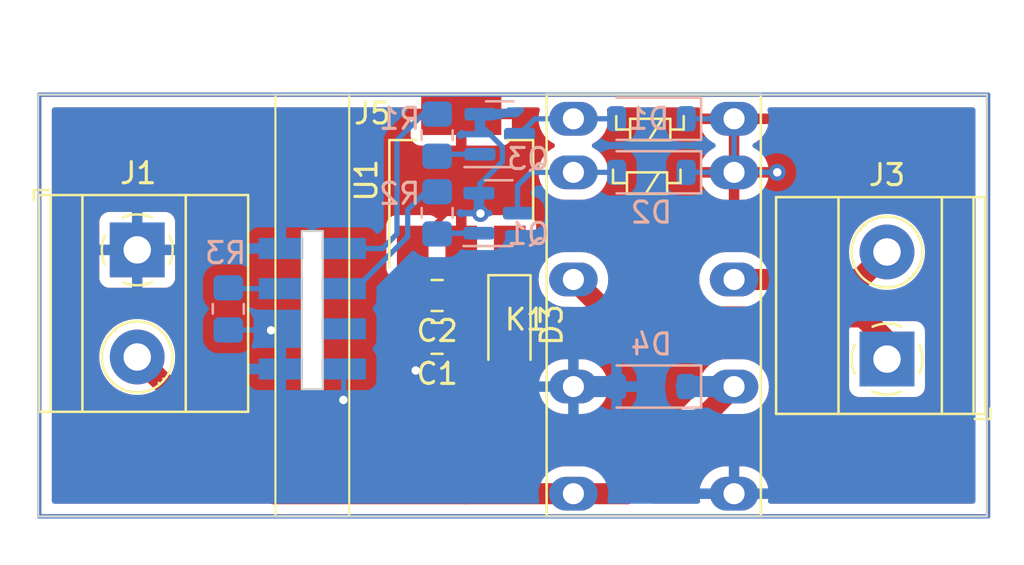
<source format=kicad_pcb>
(kicad_pcb (version 20221018) (generator pcbnew)
  (layers (0 "F.Cu" signal) (31 "B.Cu" signal) (34 "B.Paste" user) (35 "F.Paste" user) (36 "B.SilkS" user "B.Silkscreen") (37 "F.SilkS" user "F.Silkscreen") (38 "B.Mask" user) (39 "F.Mask" user) (44 "Edge.Cuts" user))
  (net 0 "")
  (net 1 "GND")
  (net 2 "+3V3")
  (net 3 "Net-(D1-A)")
  (net 4 "Net-(D2-A)")
  (net 5 "VCC")
  (net 6 "Net-(J3-Pin_1)")
  (net 7 "Net-(J3-Pin_2)")
  (net 8 "Reset")
  (net 9 "Set")
  (net 10 "Net-(Q1-B)")
  (net 11 "Net-(Q3-B)")
  (net 13 "Net-(J5-Pin_6)")
  (net 14 "Net-(D3-K)")
  (footprint "Package_TO_SOT_SMD:SOT-223-3_TabPin2" (layer "F.Cu") (at 122.174 44.069 90)
    (fp_text reference "U1" (at 0 -4.5 90) (layer "F.SilkS"))
    (fp_text value "NCP1117-3.3_SOT223")
    (fp_line (start -4.1 -3.41) (end 1.91 -3.41) (stroke (width 0.12)) (layer "F.SilkS"))
    (fp_line (start -1.85 3.41) (end 1.91 3.41) (stroke (width 0.12)) (layer "F.SilkS"))
    (fp_line (start 1.91 -3.41) (end 1.91 -2.15) (stroke (width 0.12)) (layer "F.SilkS"))
    (fp_line (start 1.91 3.41) (end 1.91 2.15) (stroke (width 0.12)) (layer "F.SilkS"))
    (pad "1" smd rect (at -3.15 -2.3 90) (size 2 1.5) (layers "F.Cu" "F.Paste" "F.Mask") (net 1 "GND"))
    (pad "2" smd rect (at -3.15 0 90) (size 2 1.5) (layers "F.Cu" "F.Paste" "F.Mask") (net 2 "+3V3"))
    (pad "2" smd rect (at 3.15 0 90) (size 2 3.8) (layers "F.Cu" "F.Paste" "F.Mask") (net 2 "+3V3"))
    (pad "3" smd rect (at -3.15 2.3 90) (size 2 1.5) (layers "F.Cu" "F.Paste" "F.Mask") (net 14 "Net-(D3-K)"))
  )
  (footprint "TerminalBlock_Phoenix:TerminalBlock_Phoenix_MKDS-1,5-2-5.08_1x02_P5.08mm_Horizontal" (layer "F.Cu") (at 142.367 52.545 90)
    (fp_text reference "J3" (at 8.73 0 180) (layer "F.SilkS"))
    (fp_text value "Conn_01x02")
    (fp_line (start -2.84 4.16) (end -2.84 4.9) (stroke (width 0.12)) (layer "F.SilkS"))
    (fp_line (start -2.84 4.9) (end -2.34 4.9) (stroke (width 0.12)) (layer "F.SilkS"))
    (fp_line (start -2.6 -5.261) (end -2.6 4.66) (stroke (width 0.12)) (layer "F.SilkS"))
    (fp_line (start -2.6 -5.261) (end 7.68 -5.261) (stroke (width 0.12)) (layer "F.SilkS"))
    (fp_line (start -2.6 -2.301) (end 7.68 -2.301) (stroke (width 0.12)) (layer "F.SilkS"))
    (fp_line (start -2.6 2.6) (end 7.68 2.6) (stroke (width 0.12)) (layer "F.SilkS"))
    (fp_line (start -2.6 4.1) (end 7.68 4.1) (stroke (width 0.12)) (layer "F.SilkS"))
    (fp_line (start -2.6 4.66) (end 7.68 4.66) (stroke (width 0.12)) (layer "F.SilkS"))
    (fp_line (start 3.853 1.023) (end 3.806 1.069) (stroke (width 0.12)) (layer "F.SilkS"))
    (fp_line (start 4.046 1.239) (end 4.011 1.274) (stroke (width 0.12)) (layer "F.SilkS"))
    (fp_line (start 6.15 -1.275) (end 6.115 -1.239) (stroke (width 0.12)) (layer "F.SilkS"))
    (fp_line (start 6.355 -1.069) (end 6.308 -1.023) (stroke (width 0.12)) (layer "F.SilkS"))
    (fp_line (start 7.68 -5.261) (end 7.68 4.66) (stroke (width 0.12)) (layer "F.SilkS"))
    (fp_arc (start -1.535427 0.683042) (mid -1.680501 -0.000524) (end -1.535 -0.684) (stroke (width 0.12)) (layer "F.SilkS"))
    (fp_arc (start -0.683042 -1.535427) (mid 0.000524 -1.680501) (end 0.684 -1.535) (stroke (width 0.12)) (layer "F.SilkS"))
    (fp_arc (start 0.028805 1.680253) (mid -0.335551 1.646659) (end -0.684 1.535) (stroke (width 0.12)) (layer "F.SilkS"))
    (fp_arc (start 0.683318 1.534756) (mid 0.349292 1.643288) (end 0 1.68) (stroke (width 0.12)) (layer "F.SilkS"))
    (fp_arc (start 1.535427 -0.683042) (mid 1.680501 0.000524) (end 1.535 0.684) (stroke (width 0.12)) (layer "F.SilkS"))
    (fp_circle (center 5.08 0) (end 6.76 0) (stroke (width 0.12)) (fill none) (layer "F.SilkS"))
    (pad "1" thru_hole rect (at 0 0 90) (size 2.6 2.6) (drill 1.3) (layers "*.Cu" "*.Mask") (net 6 "Net-(J3-Pin_1)"))
    (pad "2" thru_hole circle (at 5.08 0 90) (size 2.6 2.6) (drill 1.3) (layers "*.Cu" "*.Mask") (net 7 "Net-(J3-Pin_2)"))
  )
  (footprint "Capacitor_SMD:C_0805_2012Metric_Pad1.18x1.45mm_HandSolder" (layer "F.Cu") (at 121.031 49.53 180)
    (fp_text reference "C2" (at 0 -1.68) (layer "F.SilkS"))
    (fp_text value "C")
    (fp_line (start -0.261252 -0.735) (end 0.261252 -0.735) (stroke (width 0.12)) (layer "F.SilkS"))
    (fp_line (start -0.261252 0.735) (end 0.261252 0.735) (stroke (width 0.12)) (layer "F.SilkS"))
    (pad "1" smd roundrect (at -1.0375 0 180) (size 1.175 1.45) (layers "F.Cu" "F.Paste" "F.Mask") (roundrect_rratio 0.212766) (net 2 "+3V3"))
    (pad "2" smd roundrect (at 1.0375 0 180) (size 1.175 1.45) (layers "F.Cu" "F.Paste" "F.Mask") (roundrect_rratio 0.212766) (net 1 "GND"))
  )
  (footprint "Capacitor_SMD:C_0805_2012Metric_Pad1.18x1.45mm_HandSolder" (layer "F.Cu") (at 121.031 51.562 180)
    (fp_text reference "C1" (at 0 -1.68) (layer "F.SilkS"))
    (fp_text value "C")
    (fp_line (start -0.261252 -0.735) (end 0.261252 -0.735) (stroke (width 0.12)) (layer "F.SilkS"))
    (fp_line (start -0.261252 0.735) (end 0.261252 0.735) (stroke (width 0.12)) (layer "F.SilkS"))
    (pad "1" smd roundrect (at -1.0375 0 180) (size 1.175 1.45) (layers "F.Cu" "F.Paste" "F.Mask") (roundrect_rratio 0.212766) (net 14 "Net-(D3-K)"))
    (pad "2" smd roundrect (at 1.0375 0 180) (size 1.175 1.45) (layers "F.Cu" "F.Paste" "F.Mask") (roundrect_rratio 0.212766) (net 1 "GND"))
  )
  (footprint "Diode_SMD:D_SOD-123" (layer "F.Cu") (at 124.46 50.927 -90)
    (fp_text reference "D3" (at 0 -2 90) (layer "F.SilkS"))
    (fp_text value "1N4148W")
    (fp_line (start -2.36 -1) (end -2.36 1) (stroke (width 0.12)) (layer "F.SilkS"))
    (fp_line (start -2.36 -1) (end 1.65 -1) (stroke (width 0.12)) (layer "F.SilkS"))
    (fp_line (start -2.36 1) (end 1.65 1) (stroke (width 0.12)) (layer "F.SilkS"))
    (pad "1" smd roundrect (at -1.65 0 270) (size 0.9 1.2) (layers "F.Cu" "F.Paste" "F.Mask") (net 14 "Net-(D3-K)"))
    (pad "2" smd roundrect (at 1.65 0 270) (size 0.9 1.2) (layers "F.Cu" "F.Paste" "F.Mask") (net 5 "VCC"))
  )
  (footprint "TerminalBlock_Phoenix:TerminalBlock_Phoenix_MKDS-1,5-2-5.08_1x02_P5.08mm_Horizontal" (layer "F.Cu") (at 106.807 47.366 -90)
    (fp_text reference "J1" (at -3.64 -0.051 -180) (layer "F.SilkS"))
    (fp_text value "Conn_01x02")
    (fp_line (start -2.84 4.16) (end -2.84 4.9) (stroke (width 0.12)) (layer "F.SilkS"))
    (fp_line (start -2.84 4.9) (end -2.34 4.9) (stroke (width 0.12)) (layer "F.SilkS"))
    (fp_line (start -2.6 -5.261) (end -2.6 4.66) (stroke (width 0.12)) (layer "F.SilkS"))
    (fp_line (start -2.6 -5.261) (end 7.68 -5.261) (stroke (width 0.12)) (layer "F.SilkS"))
    (fp_line (start -2.6 -2.301) (end 7.68 -2.301) (stroke (width 0.12)) (layer "F.SilkS"))
    (fp_line (start -2.6 2.6) (end 7.68 2.6) (stroke (width 0.12)) (layer "F.SilkS"))
    (fp_line (start -2.6 4.1) (end 7.68 4.1) (stroke (width 0.12)) (layer "F.SilkS"))
    (fp_line (start -2.6 4.66) (end 7.68 4.66) (stroke (width 0.12)) (layer "F.SilkS"))
    (fp_line (start 3.853 1.023) (end 3.806 1.069) (stroke (width 0.12)) (layer "F.SilkS"))
    (fp_line (start 4.046 1.239) (end 4.011 1.274) (stroke (width 0.12)) (layer "F.SilkS"))
    (fp_line (start 6.15 -1.275) (end 6.115 -1.239) (stroke (width 0.12)) (layer "F.SilkS"))
    (fp_line (start 6.355 -1.069) (end 6.308 -1.023) (stroke (width 0.12)) (layer "F.SilkS"))
    (fp_line (start 7.68 -5.261) (end 7.68 4.66) (stroke (width 0.12)) (layer "F.SilkS"))
    (fp_arc (start -1.535427 0.683042) (mid -1.680501 -0.000524) (end -1.535 -0.684) (stroke (width 0.12)) (layer "F.SilkS"))
    (fp_arc (start -0.683042 -1.535427) (mid 0.000524 -1.680501) (end 0.684 -1.535) (stroke (width 0.12)) (layer "F.SilkS"))
    (fp_arc (start 0.028805 1.680253) (mid -0.335551 1.646659) (end -0.684 1.535) (stroke (width 0.12)) (layer "F.SilkS"))
    (fp_arc (start 0.683318 1.534756) (mid 0.349292 1.643288) (end 0 1.68) (stroke (width 0.12)) (layer "F.SilkS"))
    (fp_arc (start 1.535427 -0.683042) (mid 1.680501 0.000524) (end 1.535 0.684) (stroke (width 0.12)) (layer "F.SilkS"))
    (fp_circle (center 5.08 0) (end 6.76 0) (stroke (width 0.12)) (fill none) (layer "F.SilkS"))
    (pad "1" thru_hole rect (at 0 0 270) (size 2.6 2.6) (drill 1.3) (layers "*.Cu" "*.Mask") (net 1 "GND"))
    (pad "2" thru_hole circle (at 5.08 0 270) (size 2.6 2.6) (drill 1.3) (layers "*.Cu" "*.Mask") (net 5 "VCC"))
  )
  (footprint "Relay_THT:Relay_DPDT_FRT5" (layer "F.Cu") (at 127.493 41.15)
    (fp_text reference "K1" (at -2.271 9.523) (layer "F.SilkS"))
    (fp_text value "AZ832P2-x")
    (fp_line (start -1.27 -1.15) (end 8.89 -1.15) (stroke (width 0.12)) (layer "F.SilkS"))
    (fp_line (start -1.27 18.85) (end -1.27 -1.15) (stroke (width 0.12)) (layer "F.SilkS"))
    (fp_line (start 1.88 2.413) (end 1.88 3.048) (stroke (width 0.12)) (layer "F.SilkS"))
    (fp_line (start 1.88 3.048) (end 2.54 3.048) (stroke (width 0.12)) (layer "F.SilkS"))
    (fp_line (start 2.032 -0.127) (end 2.032 0.508) (stroke (width 0.12)) (layer "F.SilkS"))
    (fp_line (start 2.032 0.508) (end 2.692 0.508) (stroke (width 0.12)) (layer "F.SilkS"))
    (fp_line (start 2.54 2.54) (end 2.54 3.556) (stroke (width 0.12)) (layer "F.SilkS"))
    (fp_line (start 2.54 3.556) (end 4.445 3.556) (stroke (width 0.12)) (layer "F.SilkS"))
    (fp_line (start 2.692 0) (end 2.692 1.016) (stroke (width 0.12)) (layer "F.SilkS"))
    (fp_line (start 2.692 1.016) (end 4.597 1.016) (stroke (width 0.12)) (layer "F.SilkS"))
    (fp_line (start 4.064 2.54) (end 3.429 3.556) (stroke (width 0.12)) (layer "F.SilkS"))
    (fp_line (start 4.216 0) (end 3.581 1.016) (stroke (width 0.12)) (layer "F.SilkS"))
    (fp_line (start 4.445 2.54) (end 2.54 2.54) (stroke (width 0.12)) (layer "F.SilkS"))
    (fp_line (start 4.445 2.54) (end 4.445 3.556) (stroke (width 0.12)) (layer "F.SilkS"))
    (fp_line (start 4.597 0) (end 2.692 0) (stroke (width 0.12)) (layer "F.SilkS"))
    (fp_line (start 4.597 0) (end 4.597 1.016) (stroke (width 0.12)) (layer "F.SilkS"))
    (fp_line (start 5.08 2.413) (end 5.08 3.048) (stroke (width 0.12)) (layer "F.SilkS"))
    (fp_line (start 5.08 3.048) (end 4.445 3.048) (stroke (width 0.12)) (layer "F.SilkS"))
    (fp_line (start 5.232 -0.127) (end 5.232 0.508) (stroke (width 0.12)) (layer "F.SilkS"))
    (fp_line (start 5.232 0.508) (end 4.597 0.508) (stroke (width 0.12)) (layer "F.SilkS"))
    (fp_line (start 8.89 -1.15) (end 8.89 18.85) (stroke (width 0.12)) (layer "F.SilkS"))
    (fp_line (start 8.89 18.85) (end -1.27 18.85) (stroke (width 0.12)) (layer "F.SilkS"))
    (pad "1" thru_hole oval (at 7.62 0) (size 2.3 1.6) (drill 1) (layers "*.Cu" "*.Mask") (net 2 "+3V3"))
    (pad "2" thru_hole oval (at 7.62 2.54) (size 2.3 1.6) (drill 1) (layers "*.Cu" "*.Mask") (net 2 "+3V3"))
    (pad "4" thru_hole oval (at 7.62 7.62) (size 2.3 1.6) (drill 1) (layers "*.Cu" "*.Mask") (net 7 "Net-(J3-Pin_2)"))
    (pad "6" thru_hole oval (at 7.62 12.7) (size 2.3 1.6) (drill 1) (layers "*.Cu" "*.Mask") (net 5 "VCC"))
    (pad "8" thru_hole oval (at 7.62 17.78) (size 2.3 1.6) (drill 1) (layers "*.Cu" "*.Mask") (net 1 "GND"))
    (pad "9" thru_hole oval (at 0 17.78) (size 2.3 1.6) (drill 1) (layers "*.Cu" "*.Mask") (net 5 "VCC"))
    (pad "11" thru_hole oval (at 0 12.7) (size 2.3 1.6) (drill 1) (layers "*.Cu" "*.Mask") (net 1 "GND"))
    (pad "13" thru_hole oval (at 0 7.62) (size 2.3 1.6) (drill 1) (layers "*.Cu" "*.Mask") (net 6 "Net-(J3-Pin_1)"))
    (pad "15" thru_hole oval (at 0 2.54) (size 2.3 1.6) (drill 1) (layers "*.Cu" "*.Mask") (net 4 "Net-(D2-A)"))
    (pad "16" thru_hole oval (at 0 0) (size 2.3 1.6) (drill 1) (layers "*.Cu" "*.Mask") (net 3 "Net-(D1-A)"))
  )
  (footprint "ZonoffZigbeePcb:ZonoffZigbeePcb" (layer "F.Cu") (at 115.111 49.84)
    (fp_text reference "J5" (at 2.843 -8.946 -180) (layer "F.SilkS"))
    (fp_text value "Conn_01x07")
    (fp_rect (start -1.75 -9.84) (end 1.75 10.16) (stroke (width 0.1)) (fill none) (layer "F.SilkS"))
    (fp_rect (start -0.5 -3.369) (end 0.5 4.131) (stroke (width 0.1)) (fill none) (layer "Edge.Cuts"))
    (pad "1" smd rect (at 1.4925 -2.54) (size 2.095 1) (layers "B.Cu" "B.Paste" "B.Mask") (net 9 "Set"))
    (pad "2" smd rect (at 1.4925 -0.635) (size 2.095 1) (layers "B.Cu" "B.Paste" "B.Mask") (net 8 "Reset"))
    (pad "3" smd rect (at 1.4925 1.27) (size 2.095 1) (layers "B.Cu" "B.Paste" "B.Mask"))
    (pad "4" smd rect (at 1.4925 3.175) (size 2.095 1) (layers "B.Cu" "B.Paste" "B.Mask") (net 2 "+3V3"))
    (pad "5" smd rect (at -1.4925 3.175) (size 2.095 1) (layers "B.Cu" "B.Paste" "B.Mask") (net 1 "GND"))
    (pad "6" smd rect (at -1.4925 -0.635) (size 2.095 1) (layers "B.Cu" "B.Paste" "B.Mask") (net 13 "Net-(J5-Pin_6)"))
    (pad "7" smd rect (at -1.48875 -2.54) (size 2.1025 1) (layers "B.Cu" "B.Paste" "B.Mask") (net 1 "GND"))
  )
  (footprint "Diode_SMD:D_SOD-123" (layer "B.Cu") (at 131.192 41.148 180)
    (fp_text reference "D1" (at 0.128 0) (layer "B.SilkS") (effects (justify mirror)))
    (fp_text value "1N4148W")
    (fp_line (start -2.36 -1) (end 1.65 -1) (stroke (width 0.12)) (layer "B.SilkS"))
    (fp_line (start -2.36 1) (end -2.36 -1) (stroke (width 0.12)) (layer "B.SilkS"))
    (fp_line (start -2.36 1) (end 1.65 1) (stroke (width 0.12)) (layer "B.SilkS"))
    (pad "1" smd roundrect (at -1.65 0 180) (size 0.9 1.2) (layers "B.Cu" "B.Paste" "B.Mask") (net 2 "+3V3"))
    (pad "2" smd roundrect (at 1.65 0 180) (size 0.9 1.2) (layers "B.Cu" "B.Paste" "B.Mask") (net 3 "Net-(D1-A)"))
  )
  (footprint "Diode_SMD:D_SOD-123" (layer "B.Cu") (at 131.191 53.848 180)
    (fp_text reference "D4" (at 0 2) (layer "B.SilkS") (effects (justify mirror)))
    (fp_text value "1N4148W")
    (fp_line (start -2.36 -1) (end 1.65 -1) (stroke (width 0.12)) (layer "B.SilkS"))
    (fp_line (start -2.36 1) (end -2.36 -1) (stroke (width 0.12)) (layer "B.SilkS"))
    (fp_line (start -2.36 1) (end 1.65 1) (stroke (width 0.12)) (layer "B.SilkS"))
    (pad "1" smd roundrect (at -1.65 0 180) (size 0.9 1.2) (layers "B.Cu" "B.Paste" "B.Mask") (net 5 "VCC"))
    (pad "2" smd roundrect (at 1.65 0 180) (size 0.9 1.2) (layers "B.Cu" "B.Paste" "B.Mask") (net 1 "GND"))
  )
  (footprint "Diode_SMD:D_SOD-123" (layer "B.Cu") (at 131.192 43.688 180)
    (fp_text reference "D2" (at 0.001 -1.905) (layer "B.SilkS") (effects (justify mirror)))
    (fp_text value "1N4148W")
    (fp_line (start -2.36 -1) (end 1.65 -1) (stroke (width 0.12)) (layer "B.SilkS"))
    (fp_line (start -2.36 1) (end -2.36 -1) (stroke (width 0.12)) (layer "B.SilkS"))
    (fp_line (start -2.36 1) (end 1.65 1) (stroke (width 0.12)) (layer "B.SilkS"))
    (pad "1" smd roundrect (at -1.65 0 180) (size 0.9 1.2) (layers "B.Cu" "B.Paste" "B.Mask") (net 2 "+3V3"))
    (pad "2" smd roundrect (at 1.65 0 180) (size 0.9 1.2) (layers "B.Cu" "B.Paste" "B.Mask") (net 4 "Net-(D2-A)"))
  )
  (footprint "Resistor_SMD:R_0805_2012Metric_Pad1.20x1.40mm_HandSolder" (layer "B.Cu") (at 121.031 45.609 -90)
    (fp_text reference "R2" (at -0.905 1.778 -180) (layer "B.SilkS") (effects (justify mirror)))
    (fp_text value "1k")
    (fp_line (start -0.227064 -0.735) (end 0.227064 -0.735) (stroke (width 0.12)) (layer "B.SilkS"))
    (fp_line (start -0.227064 0.735) (end 0.227064 0.735) (stroke (width 0.12)) (layer "B.SilkS"))
    (pad "1" smd roundrect (at -1 0 270) (size 1.2 1.4) (layers "B.Cu" "B.Paste" "B.Mask") (roundrect_rratio 0.208333) (net 8 "Reset"))
    (pad "2" smd roundrect (at 1 0 270) (size 1.2 1.4) (layers "B.Cu" "B.Paste" "B.Mask") (roundrect_rratio 0.208333) (net 10 "Net-(Q1-B)"))
  )
  (footprint "Package_TO_SOT_SMD:SOT-23" (layer "B.Cu") (at 124.0005 41.881)
    (fp_text reference "Q3" (at 1.3485 1.172) (layer "B.SilkS") (effects (justify mirror)))
    (fp_text value "BC846")
    (fp_line (start 0 -1.56) (end -0.65 -1.56) (stroke (width 0.12)) (layer "B.SilkS"))
    (fp_line (start 0 -1.56) (end 0.65 -1.56) (stroke (width 0.12)) (layer "B.SilkS"))
    (fp_line (start 0 1.56) (end -1.675 1.56) (stroke (width 0.12)) (layer "B.SilkS"))
    (fp_line (start 0 1.56) (end 0.65 1.56) (stroke (width 0.12)) (layer "B.SilkS"))
    (pad "1" smd roundrect (at -0.9375 0.95) (size 1.475 0.6) (layers "B.Cu" "B.Paste" "B.Mask") (net 11 "Net-(Q3-B)"))
    (pad "2" smd roundrect (at -0.9375 -0.95) (size 1.475 0.6) (layers "B.Cu" "B.Paste" "B.Mask") (net 1 "GND"))
    (pad "3" smd roundrect (at 0.9375 0) (size 1.475 0.6) (layers "B.Cu" "B.Paste" "B.Mask") (net 3 "Net-(D1-A)"))
  )
  (footprint "Resistor_SMD:R_0805_2012Metric_Pad1.20x1.40mm_HandSolder" (layer "B.Cu") (at 121.031 41.926 -90)
    (fp_text reference "R1" (at -0.778 1.778 -180) (layer "B.SilkS") (effects (justify mirror)))
    (fp_text value "1k")
    (fp_line (start -0.227064 -0.735) (end 0.227064 -0.735) (stroke (width 0.12)) (layer "B.SilkS"))
    (fp_line (start -0.227064 0.735) (end 0.227064 0.735) (stroke (width 0.12)) (layer "B.SilkS"))
    (pad "1" smd roundrect (at -1 0 270) (size 1.2 1.4) (layers "B.Cu" "B.Paste" "B.Mask") (roundrect_rratio 0.208333) (net 9 "Set"))
    (pad "2" smd roundrect (at 1 0 270) (size 1.2 1.4) (layers "B.Cu" "B.Paste" "B.Mask") (roundrect_rratio 0.208333) (net 11 "Net-(Q3-B)"))
  )
  (footprint "Resistor_SMD:R_0805_2012Metric_Pad1.20x1.40mm_HandSolder" (layer "B.Cu") (at 111.125 50.165 -90)
    (fp_text reference "R3" (at -2.651 0.127 -180) (layer "B.SilkS") (effects (justify mirror)))
    (fp_text value "4,7k")
    (fp_line (start -0.227064 -0.735) (end 0.227064 -0.735) (stroke (width 0.12)) (layer "B.SilkS"))
    (fp_line (start -0.227064 0.735) (end 0.227064 0.735) (stroke (width 0.12)) (layer "B.SilkS"))
    (pad "1" smd roundrect (at -1 0 270) (size 1.2 1.4) (layers "B.Cu" "B.Paste" "B.Mask") (roundrect_rratio 0.208333) (net 13 "Net-(J5-Pin_6)"))
    (pad "2" smd roundrect (at 1 0 270) (size 1.2 1.4) (layers "B.Cu" "B.Paste" "B.Mask") (roundrect_rratio 0.208333) (net 2 "+3V3"))
  )
  (footprint "Package_TO_SOT_SMD:SOT-23" (layer "B.Cu") (at 123.952 45.625)
    (fp_text reference "Q1" (at 1.397 0.984) (layer "B.SilkS") (effects (justify mirror)))
    (fp_text value "BC846")
    (fp_line (start 0 -1.56) (end -0.65 -1.56) (stroke (width 0.12)) (layer "B.SilkS"))
    (fp_line (start 0 -1.56) (end 0.65 -1.56) (stroke (width 0.12)) (layer "B.SilkS"))
    (fp_line (start 0 1.56) (end -1.675 1.56) (stroke (width 0.12)) (layer "B.SilkS"))
    (fp_line (start 0 1.56) (end 0.65 1.56) (stroke (width 0.12)) (layer "B.SilkS"))
    (pad "1" smd roundrect (at -0.9375 0.95) (size 1.475 0.6) (layers "B.Cu" "B.Paste" "B.Mask") (net 10 "Net-(Q1-B)"))
    (pad "2" smd roundrect (at -0.9375 -0.95) (size 1.475 0.6) (layers "B.Cu" "B.Paste" "B.Mask") (net 1 "GND"))
    (pad "3" smd roundrect (at 0.9375 0) (size 1.475 0.6) (layers "B.Cu" "B.Paste" "B.Mask") (net 4 "Net-(D2-A)"))
  )
  (gr_line (start 102.159 60.005) (end 102.159 40.005) (stroke (width 0.2)) (layer "F.Cu"))
  (gr_line (start 147.159 60.005) (end 102.159 60.005) (stroke (width 0.2)) (layer "F.Cu"))
  (gr_line (start 147.159 40.005) (end 147.159 60.005) (stroke (width 0.2)) (layer "F.Cu"))
  (gr_line (start 102.159 40.005) (end 147.159 40.005) (stroke (width 0.2)) (layer "F.Cu"))
  (gr_line (start 147.159 60.005) (end 102.159 60.005) (stroke (width 0.2)) (layer "B.Cu"))
  (gr_line (start 102.159 40.005) (end 147.159 40.005) (stroke (width 0.2)) (layer "B.Cu"))
  (gr_line (start 102.159 60.005) (end 102.159 40.005) (stroke (width 0.2)) (layer "B.Cu"))
  (gr_line (start 147.159 40.005) (end 147.159 60.005) (stroke (width 0.2)) (layer "B.Cu"))
  (gr_rect (start 102.108 40.005) (end 147.108 60.005) (stroke (width 0.1)) (fill none) (layer "Edge.Cuts"))
  (segment (start 119.9935 49.53) (end 119.9935 47.3385) (width 0.25) (layer "F.Cu") (net 1))
  (segment (start 123.084871 45.641486) (end 121.451514 45.641486) (width 0.25) (layer "F.Cu") (net 1))
  (segment (start 119.9935 51.562) (end 119.9935 53.0645) (width 0.25) (layer "F.Cu") (net 1))
  (segment (start 119.9935 53.0645) (end 120.015 53.086) (width 0.25) (layer "F.Cu") (net 1))
  (segment (start 119.9935 51.562) (end 119.9935 49.53) (width 0.25) (layer "F.Cu") (net 1))
  (segment (start 119.9935 47.3385) (end 119.874 47.219) (width 0.25) (layer "F.Cu") (net 1))
  (segment (start 121.451514 45.641486) (end 119.874 47.219) (width 0.25) (layer "F.Cu") (net 1))
  (via (at 120.015 53.086) (size 0.8) (drill 0.4) (layers "F.Cu" "B.Cu") (net 1))
  (via (at 123.084871 45.641486) (size 0.8) (drill 0.4) (layers "F.Cu" "B.Cu") (net 1))
  (segment (start 123.107251 44.196) (end 123.063 44.196) (width 0.25) (layer "B.Cu") (net 1))
  (segment (start 124.1255 42.477751) (end 124.1255 43.177751) (width 0.25) (layer "B.Cu") (net 1))
  (segment (start 127.493 53.85) (end 129.539 53.85) (width 1) (layer "B.Cu") (net 1))
  (segment (start 124.1255 43.177751) (end 123.107251 44.196) (width 0.25) (layer "B.Cu") (net 1))
  (segment (start 123.063 40.931) (end 123.063 41.415251) (width 0.25) (layer "B.Cu") (net 1))
  (segment (start 123.0145 45.571115) (end 123.084871 45.641486) (width 0.25) (layer "B.Cu") (net 1))
  (segment (start 123.0145 44.675) (end 123.0145 45.571115) (width 0.25) (layer "B.Cu") (net 1))
  (segment (start 123.063 41.415251) (end 124.1255 42.477751) (width 0.25) (layer "B.Cu") (net 1))
  (segment (start 123.063 44.6265) (end 123.0145 44.675) (width 0.25) (layer "B.Cu") (net 1))
  (segment (start 123.063 44.196) (end 123.063 44.6265) (width 0.25) (layer "B.Cu") (net 1))
  (segment (start 129.539 53.85) (end 129.541 53.848) (width 1) (layer "B.Cu") (net 1))
  (segment (start 122.174 47.219) (end 122.174 49.4245) (width 0.25) (layer "F.Cu") (net 2))
  (segment (start 122.174 49.4245) (end 122.0685 49.53) (width 0.25) (layer "F.Cu") (net 2))
  (via (at 113.157 51.181) (size 0.8) (drill 0.4) (layers "F.Cu" "B.Cu") (net 2))
  (via (at 137.16 43.688) (size 0.8) (drill 0.4) (layers "F.Cu" "B.Cu") (net 2))
  (via (at 116.586 54.483) (size 0.8) (drill 0.4) (layers "F.Cu" "B.Cu") (net 2))
  (segment (start 135.111 41.148) (end 135.113 41.15) (width 0.25) (layer "B.Cu") (net 2))
  (segment (start 135.113 41.15) (end 135.113 43.69) (width 0.25) (layer "B.Cu") (net 2))
  (segment (start 116.6035 54.4655) (end 116.586 54.483) (width 0.25) (layer "B.Cu") (net 2))
  (segment (start 132.506 41.148) (end 132.588 41.066) (width 0.25) (layer "B.Cu") (net 2))
  (segment (start 113.141 51.165) (end 113.157 51.181) (width 0.25) (layer "B.Cu") (net 2))
  (segment (start 132.841 43.688) (end 135.111 43.688) (width 0.25) (layer "B.Cu") (net 2))
  (segment (start 116.6035 53.015) (end 116.6035 54.4655) (width 0.25) (layer "B.Cu") (net 2))
  (segment (start 132.543 43.561) (end 132.588 43.606) (width 0.25) (layer "B.Cu") (net 2))
  (segment (start 135.111 43.688) (end 135.113 43.69) (width 0.25) (layer "B.Cu") (net 2))
  (segment (start 132.842 41.148) (end 135.111 41.148) (width 0.25) (layer "B.Cu") (net 2))
  (segment (start 137.158 43.69) (end 137.16 43.688) (width 0.25) (layer "B.Cu") (net 2))
  (segment (start 111.125 51.165) (end 113.141 51.165) (width 0.25) (layer "B.Cu") (net 2))
  (segment (start 135.113 43.69) (end 137.158 43.69) (width 0.25) (layer "B.Cu") (net 2))
  (segment (start 127.493 41.15) (end 125.669 41.15) (width 0.25) (layer "B.Cu") (net 3))
  (segment (start 127.046 41.066) (end 127.128 41.148) (width 0.25) (layer "B.Cu") (net 3))
  (segment (start 125.669 41.15) (end 124.938 41.881) (width 0.25) (layer "B.Cu") (net 3))
  (segment (start 127.495 41.148) (end 127.493 41.15) (width 0.25) (layer "B.Cu") (net 3))
  (segment (start 129.542 41.148) (end 127.495 41.148) (width 0.25) (layer "B.Cu") (net 3))
  (segment (start 127.622 43.561) (end 127.493 43.69) (width 0.25) (layer "B.Cu") (net 4))
  (segment (start 127.493 43.69) (end 125.474 43.69) (width 0.25) (layer "B.Cu") (net 4))
  (segment (start 124.841 44.323) (end 124.841 45.5765) (width 0.25) (layer "B.Cu") (net 4))
  (segment (start 129.541 43.688) (end 127.495 43.688) (width 0.25) (layer "B.Cu") (net 4))
  (segment (start 127.084 43.606) (end 127.129 43.561) (width 0.25) (layer "B.Cu") (net 4))
  (segment (start 125.474 43.69) (end 124.841 44.323) (width 0.25) (layer "B.Cu") (net 4))
  (segment (start 127.495 43.688) (end 127.493 43.69) (width 0.25) (layer "B.Cu") (net 4))
  (segment (start 124.841 45.5765) (end 124.8895 45.625) (width 0.25) (layer "B.Cu") (net 4))
  (segment (start 124.46 56.898) (end 122.428 58.93) (width 0.25) (layer "F.Cu") (net 5))
  (segment (start 124.46 52.577) (end 124.46 56.898) (width 0.25) (layer "F.Cu") (net 5))
  (segment (start 113.291 58.93) (end 106.807 52.446) (width 1) (layer "F.Cu") (net 5))
  (segment (start 127.493 58.93) (end 122.428 58.93) (width 1) (layer "F.Cu") (net 5))
  (segment (start 127.493 58.93) (end 130.033 58.93) (width 1) (layer "F.Cu") (net 5))
  (segment (start 130.033 58.93) (end 135.113 53.85) (width 1) (layer "F.Cu") (net 5))
  (segment (start 122.428 58.93) (end 113.291 58.93) (width 1) (layer "F.Cu") (net 5))
  (segment (start 135.111 53.848) (end 135.113 53.85) (width 1) (layer "B.Cu") (net 5))
  (segment (start 132.841 53.848) (end 135.111 53.848) (width 1) (layer "B.Cu") (net 5))
  (segment (start 127.51 48.77) (end 129.286 50.546) (width 1) (layer "F.Cu") (net 6))
  (segment (start 142.367 51.689) (end 142.367 52.545) (width 1) (layer "F.Cu") (net 6))
  (segment (start 129.286 50.546) (end 141.224 50.546) (width 1) (layer "F.Cu") (net 6))
  (segment (start 141.224 50.546) (end 142.367 51.689) (width 1) (layer "F.Cu") (net 6))
  (segment (start 127.493 48.77) (end 127.51 48.77) (width 1) (layer "F.Cu") (net 6))
  (segment (start 141.062 48.77) (end 142.367 47.465) (width 1) (layer "F.Cu") (net 7))
  (segment (start 135.113 48.77) (end 141.062 48.77) (width 1) (layer "F.Cu") (net 7))
  (segment (start 116.811 49.205) (end 117.166396 49.205) (width 0.25) (layer "B.Cu") (net 8))
  (segment (start 119.634 45.466) (end 120.491 44.609) (width 0.25) (layer "B.Cu") (net 8))
  (segment (start 119.634 46.737396) (end 119.634 45.466) (width 0.25) (layer "B.Cu") (net 8))
  (segment (start 117.166396 49.205) (end 119.634 46.737396) (width 0.25) (layer "B.Cu") (net 8))
  (segment (start 120.491 44.609) (end 121.031 44.609) (width 0.25) (layer "B.Cu") (net 8))
  (segment (start 116.811 47.3) (end 118.435 47.3) (width 0.25) (layer "B.Cu") (net 9))
  (segment (start 120.364 40.926) (end 121.031 40.926) (width 0.25) (layer "B.Cu") (net 9))
  (segment (start 119.126 42.164) (end 120.364 40.926) (width 0.25) (layer "B.Cu") (net 9))
  (segment (start 119.126 46.609) (end 119.126 42.164) (width 0.25) (layer "B.Cu") (net 9))
  (segment (start 118.435 47.3) (end 119.126 46.609) (width 0.25) (layer "B.Cu") (net 9))
  (segment (start 121.065 46.575) (end 121.031 46.609) (width 0.25) (layer "B.Cu") (net 10))
  (segment (start 123.0145 46.575) (end 121.065 46.575) (width 0.25) (layer "B.Cu") (net 10))
  (segment (start 121.126 42.831) (end 121.031 42.926) (width 0.25) (layer "B.Cu") (net 11))
  (segment (start 123.063 42.831) (end 121.126 42.831) (width 0.25) (layer "B.Cu") (net 11))
  (segment (start 111.165 49.205) (end 111.125 49.165) (width 0.25) (layer "B.Cu") (net 13))
  (segment (start 113.411 49.205) (end 111.165 49.205) (width 0.25) (layer "B.Cu") (net 13))
  (segment (start 124.46 47.233) (end 124.474 47.219) (width 0.25) (layer "F.Cu") (net 14))
  (segment (start 122.175 51.562) (end 124.46 49.277) (width 0.25) (layer "F.Cu") (net 14))
  (segment (start 122.0685 51.562) (end 122.175 51.562) (width 0.25) (layer "F.Cu") (net 14))
  (segment (start 124.46 49.277) (end 124.46 47.233) (width 0.25) (layer "F.Cu") (net 14))
  (zone (net 2) (net_name "+3V3") (layer "F.Cu") (connect_pads (clearance 0.5)) (min_thickness 0.25) (fill yes (thermal_gap 0.5) (thermal_bridge_width 0.5))
    (polygon (pts (xy 147.159 60.005) (xy 147.159 40.005) (xy 102.159 40.005) (xy 102.159 60.005)))
  )
  (zone (net 1) (net_name "GND") (layer "B.Cu") (priority 1) (connect_pads (clearance 0.5)) (min_thickness 0.25) (fill yes (thermal_gap 0.5) (thermal_bridge_width 0.5))
    (polygon (pts (xy 147.159 40.005) (xy 102.159 40.005) (xy 102.159 60.005) (xy 147.159 60.005)))
  )
)
</source>
